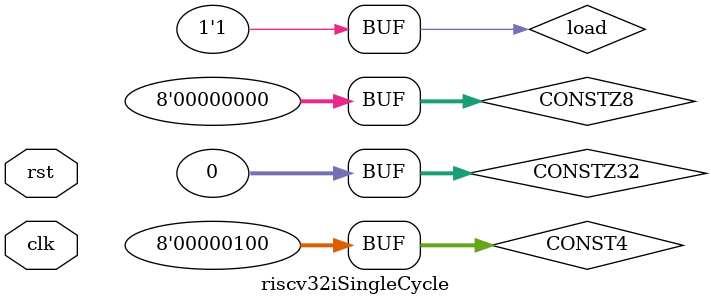
<source format=v>
/* 
    RiscV32I Single Cycle Processor 
    Copyright (C) 2023 Ahmed Waseem, Ahmed ElBarbary

    This program is free software; you can redistribute it and/or modify
    it under the terms of the GNU General Public License as published by
    the Free Software Foundation; either version 2 of the License, or
    (at your option) any later version.

    This program is distributed in the hope that it will be useful,
    but WITHOUT ANY WARRANTY; without even the implied warranty of
    MERCHANTABILITY or FITNESS FOR A PARTICULAR PURPOSE.  See the
    GNU General Public License for more details.

    You should have received a copy of the GNU General Public License along
    with this program; if not, write to the Free Software Foundation, Inc.,
    51 Franklin Street, Fifth Floor, Boston, MA 02110-1301 USA.

*/ 


`resetall 

`include "./macros.v"  //Pre-Module Directive definitions

`timescale 1ns/10ps 

module riscv32iSingleCycle #(
   // synopsys template
   parameter N        = 32,        //architecture bit size
   parameter MEM_ADDR = 8,         //addressable memory size (currently 8 bits for [8x8x8x8]x32 addresses)
   parameter REG_ADDR = 5,         //addressable registers size (currently 5 bits for 32x32 addresses)
   parameter OPCODE   = 7,         //opcode size
   parameter RS1      = REG_ADDR,
   parameter RS2      = REG_ADDR,
   parameter RD       = REG_ADDR,
   parameter FUNCT3   = 3,
   parameter FUNCT7   = 7,
   parameter SHAMT    = 5
)
( 
   // Port Declarations
   input   wire      clk, 
   input   wire      rst
);

// Internal signal declarations
wire  [8-1:0]    CONST4;
wire  [32-1:0]   CONSTZ32;
wire  [8-1:0]    CONSTZ8;
wire  [32-1:0]   Instruction;
wire  [1:0]      alu_op;
wire             alu_src;
wire  [3:0]      alufn;
wire  [32 - 1:0] b;
wire             branch;
wire  [1:0]      branch_sel;
wire  [8-1:0]    branch_target;
wire             cf;
wire  [32 - 1:0] immediate;
wire             jump;
wire             load;
wire  [1:0]      mem_out_sel;
wire             mem_read;
wire             mem_write;
wire  [8-1:0]    pc_current_address;
wire  [8 - 1:0]  pc_next;
wire  [32 - 1:0] pc_plus_immediate;
wire  [8 - 1:0]  pc_target_addr;
wire  [32 - 1:0] r;
wire  [32 - 1:0] read_data_out;
wire             reg_write;
wire  [32 - 1:0] rs1;
wire  [32 - 1:0] rs2;
wire             sf;
wire             vf;
wire  [32 - 1:0] write_data_reg_file;
wire             zf;


// Instances 
adder #(8) U_9( 
   .A_in    (CONST4), 
   .B_in    (pc_current_address), 
   .sum_out (pc_next)
); 

adder #(8) U_10( 
   .A_in    (immediate[8-1:0]), 
   .B_in    (pc_current_address), 
   .sum_out (branch_target)
); 

adder U_12( 
   .A_in    ({24'b0, pc_current_address}), 
   .B_in    (immediate), 
   .sum_out (pc_plus_immediate)
); 

alu alu_inst( 
   .cf          (cf), 
   .r           (r), 
   .rs1         (rs1), 
   .sf          (sf), 
   .vf          (vf), 
   .zf          (zf), 
   .b           (b), 
   .Instruction (Instruction[24:20]), 
   .alufn       (alufn)
); 

aluCu aluCu_inst( 
   .Instruction (Instruction), 
   .alu_op      (alu_op), 
   .alufn       (alufn)
); 

branchCu branchCu_inst( 
   .Instruction (Instruction[14:15-3]), 
   .branch      (branch), 
   .cf          (cf), 
   .jump        (jump), 
   .sf          (sf), 
   .vf          (vf), 
   .zf          (zf), 
   .branch_sel  (branch_sel)
); 

cu cu_inst( 
   .Instruction (Instruction[7-1:0]), 
   .alu_op      (alu_op), 
   .alu_src     (alu_src), 
   .branch      (branch), 
   .jump        (jump), 
   .mem_out_sel (mem_out_sel), 
   .mem_read    (mem_read), 
   .mem_write   (mem_write), 
   .reg_write   (reg_write)
); 

dataMem dataMem_inst( 
   .clk           (clk), 
   .mem_read      (mem_read), 
   .mem_write     (mem_write), 
   .r             (r), 
   .rs2           (rs2), 
   .rst           (rst), 
   .read_data_out (read_data_out)
); 

immGen immGen_inst( 
   .Instruction (Instruction), 
   .immediate   (immediate)
); 

instMem instMem_inst( 
   .Instruction        (Instruction), 
   .pc_current_address (pc_current_address >> 2)
); 

mux U_13( 
   .hi_in   (immediate), 
   .lo_in   (rs2), 
   .sel_in  (alu_src), 
   .sel_out (b)
); 

mux_4x1 U_15( 
   .A_00    (read_data_out), 
   .B_01    (r), 
   .C_10    (pc_plus_immediate), 
   .D_11    (CONSTZ32), 
   .sel     (mem_out_sel), 
   .sel_out (write_data_reg_file)
); 

mux_4x1 #(8) U_16( 
   .A_00    (pc_next), 
   .B_01    (branch_target), 
   .C_10    (pc_plus_immediate[8-1:0]), 
   .D_11    (CONSTZ8), 
   .sel     (branch_sel), 
   .sel_out (pc_target_addr)
); 

pc pc_inst( 
   .clk                (clk), 
   .load               (load), 
   .pc_current_address (pc_current_address), 
   .pc_target_addr     (pc_target_addr), 
   .rst                (rst)
); 

regFile regFile_inst( 
   .clk                 (clk), 
   .reg_write           (reg_write), 
   .rs1                 (rs1), 
   .rs2                 (rs2), 
   .rst                 (rst), 
   .write_data_reg_file (write_data_reg_file), 
   .Instruction         (Instruction)
); 


assign CONST4 = 8'd4;

assign load = 1'd1;

assign CONSTZ8 = 8'd0;

assign CONSTZ32 = 32'd0;

endmodule 


</source>
